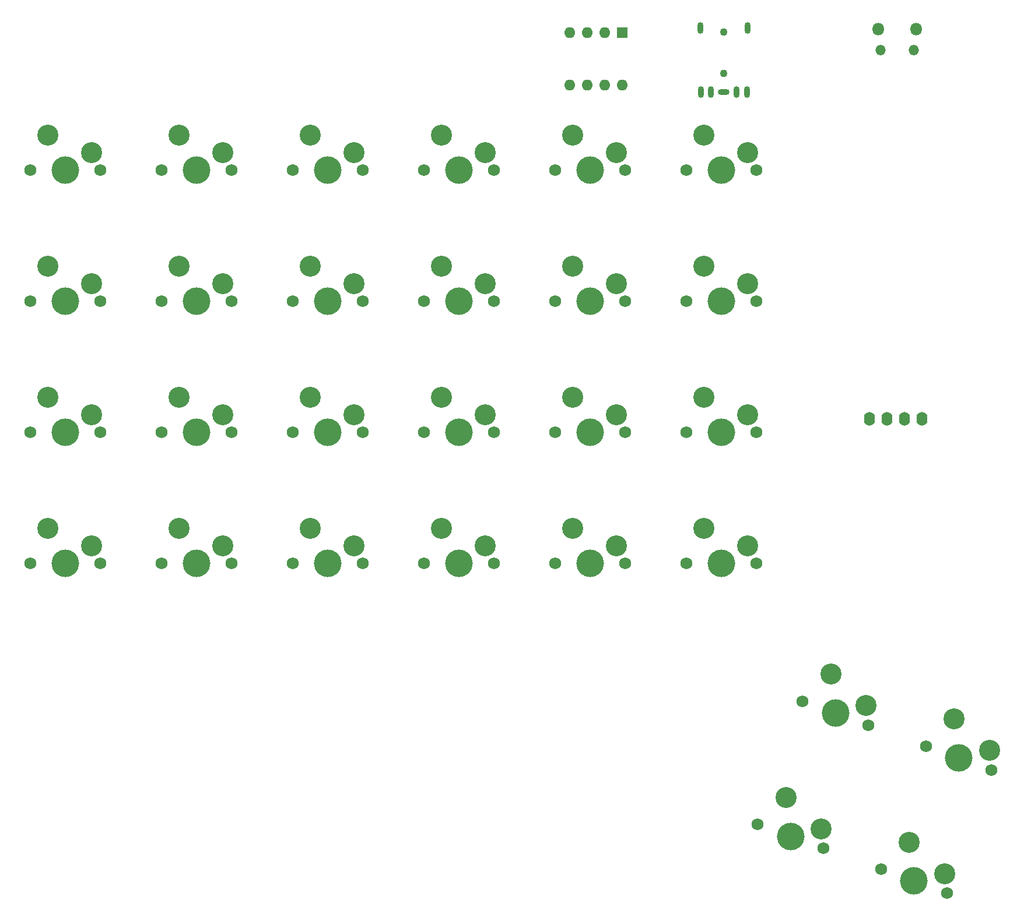
<source format=gbs>
%TF.GenerationSoftware,KiCad,Pcbnew,6.99.0-dfdedfa605*%
%TF.CreationDate,2022-05-26T14:34:28+01:00*%
%TF.ProjectId,keyboard-right,6b657962-6f61-4726-942d-72696768742e,dev-1*%
%TF.SameCoordinates,Original*%
%TF.FileFunction,Soldermask,Bot*%
%TF.FilePolarity,Negative*%
%FSLAX46Y46*%
G04 Gerber Fmt 4.6, Leading zero omitted, Abs format (unit mm)*
G04 Created by KiCad (PCBNEW 6.99.0-dfdedfa605) date 2022-05-26 14:34:28*
%MOMM*%
%LPD*%
G01*
G04 APERTURE LIST*
%ADD10O,1.800000X1.800000*%
%ADD11O,1.500000X1.500000*%
%ADD12C,1.100000*%
%ADD13O,1.700000X0.850000*%
%ADD14O,0.850000X1.700000*%
%ADD15C,1.750000*%
%ADD16C,3.050000*%
%ADD17C,4.000000*%
%ADD18R,1.600000X1.600000*%
%ADD19O,1.600000X1.600000*%
%ADD20O,1.600000X2.000000*%
G04 APERTURE END LIST*
D10*
%TO.C,U2*%
X155288399Y-30178199D03*
D11*
X155588399Y-33208199D03*
X160438399Y-33208199D03*
D10*
X160738399Y-30178199D03*
%TD*%
D12*
%TO.C,J2*%
X132842000Y-30566000D03*
X132842000Y-36566000D03*
D13*
X132841999Y-39265999D03*
D14*
X136191999Y-39265999D03*
X129491999Y-39265999D03*
X129391999Y-29965999D03*
X136291999Y-29965999D03*
X134691999Y-39265999D03*
X130991999Y-39265999D03*
%TD*%
D15*
%TO.C,SW1*%
X42320900Y-50623200D03*
D16*
X41050900Y-48083200D03*
D17*
X37240900Y-50623200D03*
D16*
X34700900Y-45543200D03*
D15*
X32160900Y-50623200D03*
%TD*%
%TO.C,SW20*%
X118520900Y-69673200D03*
D16*
X117250900Y-67133200D03*
D17*
X113440900Y-69673200D03*
D16*
X110900900Y-64593200D03*
D15*
X108360900Y-69673200D03*
%TD*%
%TO.C,SW10*%
X80420900Y-69673200D03*
D16*
X79150900Y-67133200D03*
D17*
X75340900Y-69673200D03*
D16*
X72800900Y-64593200D03*
D15*
X70260900Y-69673200D03*
%TD*%
%TO.C,SW25*%
X137570900Y-69673200D03*
D16*
X136300900Y-67133200D03*
D17*
X132490900Y-69673200D03*
D16*
X129950900Y-64593200D03*
D15*
X127410900Y-69673200D03*
%TD*%
%TO.C,SW17*%
X99470900Y-107773200D03*
D16*
X98200900Y-105233200D03*
D17*
X94390900Y-107773200D03*
D16*
X91850900Y-102693200D03*
D15*
X89310900Y-107773200D03*
%TD*%
D18*
%TO.C,SW29*%
X118049999Y-30673199D03*
D19*
X115509999Y-30673199D03*
X112969999Y-30673199D03*
X110429999Y-30673199D03*
X110429999Y-38293199D03*
X112969999Y-38293199D03*
X115509999Y-38293199D03*
X118049999Y-38293199D03*
%TD*%
D15*
%TO.C,SW26*%
X137570900Y-88723200D03*
D16*
X136300900Y-86183200D03*
D17*
X132490900Y-88723200D03*
D16*
X129950900Y-83643200D03*
D15*
X127410900Y-88723200D03*
%TD*%
D20*
%TO.C,Brd1*%
X161633399Y-86758199D03*
X159093399Y-86758199D03*
X156553399Y-86758199D03*
X154013399Y-86758199D03*
%TD*%
D15*
%TO.C,SW15*%
X99470900Y-69673200D03*
D16*
X98200900Y-67133200D03*
D17*
X94390900Y-69673200D03*
D16*
X91850900Y-64593200D03*
D15*
X89310900Y-69673200D03*
%TD*%
%TO.C,SW24*%
X137570900Y-50623200D03*
D16*
X136300900Y-48083200D03*
D17*
X132490900Y-50623200D03*
D16*
X129950900Y-45543200D03*
D15*
X127410900Y-50623200D03*
%TD*%
%TO.C,SW18*%
X171719774Y-137811687D03*
D16*
X171395095Y-134990502D03*
D17*
X166946135Y-136074225D03*
D16*
X166296778Y-130431855D03*
D15*
X162172496Y-134336763D03*
%TD*%
%TO.C,SW6*%
X61370900Y-69673200D03*
D16*
X60100900Y-67133200D03*
D17*
X56290900Y-69673200D03*
D16*
X53750900Y-64593200D03*
D15*
X51210900Y-69673200D03*
%TD*%
%TO.C,SW21*%
X118520900Y-88723200D03*
D16*
X117250900Y-86183200D03*
D17*
X113440900Y-88723200D03*
D16*
X110900900Y-83643200D03*
D15*
X108360900Y-88723200D03*
%TD*%
%TO.C,SW4*%
X42320900Y-107773200D03*
D16*
X41050900Y-105233200D03*
D17*
X37240900Y-107773200D03*
D16*
X34700900Y-102693200D03*
D15*
X32160900Y-107773200D03*
%TD*%
%TO.C,SW23*%
X147303146Y-149197348D03*
D16*
X146978467Y-146376163D03*
D17*
X142529507Y-147459886D03*
D16*
X141880150Y-141817516D03*
D15*
X137755868Y-145722424D03*
%TD*%
%TO.C,SW11*%
X80420900Y-88723200D03*
D16*
X79150900Y-86183200D03*
D17*
X75340900Y-88723200D03*
D16*
X72800900Y-83643200D03*
D15*
X70260900Y-88723200D03*
%TD*%
%TO.C,SW19*%
X118520900Y-50623200D03*
D16*
X117250900Y-48083200D03*
D17*
X113440900Y-50623200D03*
D16*
X110900900Y-45543200D03*
D15*
X108360900Y-50623200D03*
%TD*%
%TO.C,SW5*%
X61370900Y-50623200D03*
D16*
X60100900Y-48083200D03*
D17*
X56290900Y-50623200D03*
D16*
X53750900Y-45543200D03*
D15*
X51210900Y-50623200D03*
%TD*%
%TO.C,SW27*%
X137570900Y-107773200D03*
D16*
X136300900Y-105233200D03*
D17*
X132490900Y-107773200D03*
D16*
X129950900Y-102693200D03*
D15*
X127410900Y-107773200D03*
%TD*%
%TO.C,SW16*%
X99470900Y-88723200D03*
D16*
X98200900Y-86183200D03*
D17*
X94390900Y-88723200D03*
D16*
X91850900Y-83643200D03*
D15*
X89310900Y-88723200D03*
%TD*%
%TO.C,SW8*%
X61370900Y-107773200D03*
D16*
X60100900Y-105233200D03*
D17*
X56290900Y-107773200D03*
D16*
X53750900Y-102693200D03*
D15*
X51210900Y-107773200D03*
%TD*%
%TO.C,SW13*%
X153818630Y-131296204D03*
D16*
X153493951Y-128475019D03*
D17*
X149044991Y-129558742D03*
D16*
X148395634Y-123916372D03*
D15*
X144271352Y-127821280D03*
%TD*%
%TO.C,SW3*%
X42320900Y-88723200D03*
D16*
X41050900Y-86183200D03*
D17*
X37240900Y-88723200D03*
D16*
X34700900Y-83643200D03*
D15*
X32160900Y-88723200D03*
%TD*%
%TO.C,SW28*%
X165204291Y-155712832D03*
D16*
X164879612Y-152891647D03*
D17*
X160430652Y-153975370D03*
D16*
X159781295Y-148333000D03*
D15*
X155657013Y-152237908D03*
%TD*%
%TO.C,SW7*%
X61370900Y-88723200D03*
D16*
X60100900Y-86183200D03*
D17*
X56290900Y-88723200D03*
D16*
X53750900Y-83643200D03*
D15*
X51210900Y-88723200D03*
%TD*%
%TO.C,SW14*%
X99470900Y-50623200D03*
D16*
X98200900Y-48083200D03*
D17*
X94390900Y-50623200D03*
D16*
X91850900Y-45543200D03*
D15*
X89310900Y-50623200D03*
%TD*%
%TO.C,SW9*%
X80420900Y-50623200D03*
D16*
X79150900Y-48083200D03*
D17*
X75340900Y-50623200D03*
D16*
X72800900Y-45543200D03*
D15*
X70260900Y-50623200D03*
%TD*%
%TO.C,SW2*%
X42320900Y-69673200D03*
D16*
X41050900Y-67133200D03*
D17*
X37240900Y-69673200D03*
D16*
X34700900Y-64593200D03*
D15*
X32160900Y-69673200D03*
%TD*%
%TO.C,SW22*%
X118520900Y-107773200D03*
D16*
X117250900Y-105233200D03*
D17*
X113440900Y-107773200D03*
D16*
X110900900Y-102693200D03*
D15*
X108360900Y-107773200D03*
%TD*%
%TO.C,SW12*%
X80420900Y-107773200D03*
D16*
X79150900Y-105233200D03*
D17*
X75340900Y-107773200D03*
D16*
X72800900Y-102693200D03*
D15*
X70260900Y-107773200D03*
%TD*%
M02*

</source>
